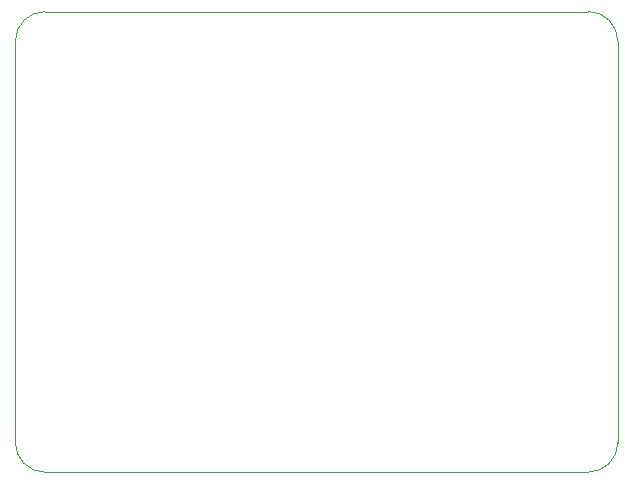
<source format=gbr>
%TF.GenerationSoftware,KiCad,Pcbnew,8.0.3-8.0.3-0~ubuntu23.10.1*%
%TF.CreationDate,2024-10-02T15:45:30-04:00*%
%TF.ProjectId,nPM1300-Stamp-Carrier,6e504d31-3330-4302-9d53-74616d702d43,rev?*%
%TF.SameCoordinates,Original*%
%TF.FileFunction,Profile,NP*%
%FSLAX46Y46*%
G04 Gerber Fmt 4.6, Leading zero omitted, Abs format (unit mm)*
G04 Created by KiCad (PCBNEW 8.0.3-8.0.3-0~ubuntu23.10.1) date 2024-10-02 15:45:30*
%MOMM*%
%LPD*%
G01*
G04 APERTURE LIST*
%TA.AperFunction,Profile*%
%ADD10C,0.050000*%
%TD*%
G04 APERTURE END LIST*
D10*
X179505000Y-83500000D02*
G75*
G02*
X182005000Y-86000000I0J-2500000D01*
G01*
X182005000Y-86000000D02*
X182005000Y-120000000D01*
X131000000Y-86000000D02*
G75*
G02*
X133500000Y-83500000I2500000J0D01*
G01*
X133500000Y-83500000D02*
X179505000Y-83500000D01*
X179505000Y-122500000D02*
X133500000Y-122500000D01*
X133500000Y-122500000D02*
G75*
G02*
X131000000Y-120000000I0J2500000D01*
G01*
X182005000Y-120000000D02*
G75*
G02*
X179505000Y-122500000I-2500000J0D01*
G01*
X131000000Y-120000000D02*
X131000000Y-86000000D01*
M02*

</source>
